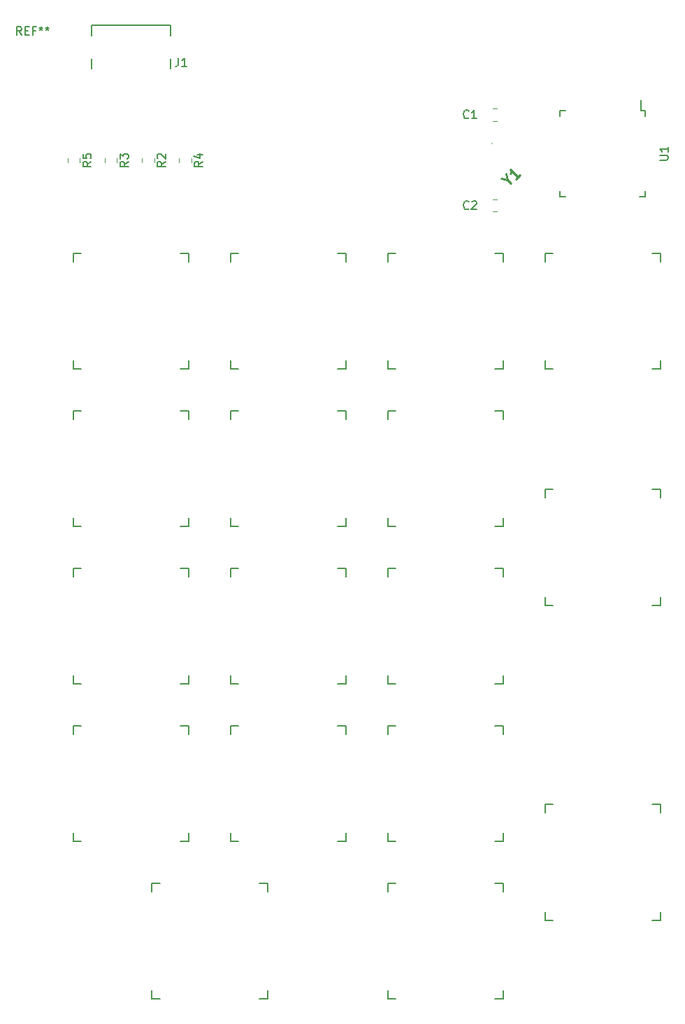
<source format=gbr>
%TF.GenerationSoftware,KiCad,Pcbnew,(6.0.1)*%
%TF.CreationDate,2022-02-23T18:42:09-08:00*%
%TF.ProjectId,Ramen Pad,52616d65-6e20-4506-9164-2e6b69636164,v1.0.0*%
%TF.SameCoordinates,Original*%
%TF.FileFunction,Legend,Top*%
%TF.FilePolarity,Positive*%
%FSLAX46Y46*%
G04 Gerber Fmt 4.6, Leading zero omitted, Abs format (unit mm)*
G04 Created by KiCad (PCBNEW (6.0.1)) date 2022-02-23 18:42:09*
%MOMM*%
%LPD*%
G01*
G04 APERTURE LIST*
%ADD10C,0.150000*%
%ADD11C,0.254000*%
%ADD12C,0.200000*%
%ADD13C,0.120000*%
%ADD14C,0.100000*%
G04 APERTURE END LIST*
D10*
%TO.C,J1*%
X167666666Y-24152380D02*
X167666666Y-24866666D01*
X167619047Y-25009523D01*
X167523809Y-25104761D01*
X167380952Y-25152380D01*
X167285714Y-25152380D01*
X168666666Y-25152380D02*
X168095238Y-25152380D01*
X168380952Y-25152380D02*
X168380952Y-24152380D01*
X168285714Y-24295238D01*
X168190476Y-24390476D01*
X168095238Y-24438095D01*
%TO.C,R5*%
X157102380Y-36666666D02*
X156626190Y-37000000D01*
X157102380Y-37238095D02*
X156102380Y-37238095D01*
X156102380Y-36857142D01*
X156150000Y-36761904D01*
X156197619Y-36714285D01*
X156292857Y-36666666D01*
X156435714Y-36666666D01*
X156530952Y-36714285D01*
X156578571Y-36761904D01*
X156626190Y-36857142D01*
X156626190Y-37238095D01*
X156102380Y-35761904D02*
X156102380Y-36238095D01*
X156578571Y-36285714D01*
X156530952Y-36238095D01*
X156483333Y-36142857D01*
X156483333Y-35904761D01*
X156530952Y-35809523D01*
X156578571Y-35761904D01*
X156673809Y-35714285D01*
X156911904Y-35714285D01*
X157007142Y-35761904D01*
X157054761Y-35809523D01*
X157102380Y-35904761D01*
X157102380Y-36142857D01*
X157054761Y-36238095D01*
X157007142Y-36285714D01*
%TO.C,*%
%TO.C,R4*%
X170602380Y-36666666D02*
X170126190Y-37000000D01*
X170602380Y-37238095D02*
X169602380Y-37238095D01*
X169602380Y-36857142D01*
X169650000Y-36761904D01*
X169697619Y-36714285D01*
X169792857Y-36666666D01*
X169935714Y-36666666D01*
X170030952Y-36714285D01*
X170078571Y-36761904D01*
X170126190Y-36857142D01*
X170126190Y-37238095D01*
X169935714Y-35809523D02*
X170602380Y-35809523D01*
X169554761Y-36047619D02*
X170269047Y-36285714D01*
X170269047Y-35666666D01*
%TO.C,R3*%
X161602380Y-36666666D02*
X161126190Y-37000000D01*
X161602380Y-37238095D02*
X160602380Y-37238095D01*
X160602380Y-36857142D01*
X160650000Y-36761904D01*
X160697619Y-36714285D01*
X160792857Y-36666666D01*
X160935714Y-36666666D01*
X161030952Y-36714285D01*
X161078571Y-36761904D01*
X161126190Y-36857142D01*
X161126190Y-37238095D01*
X160602380Y-36333333D02*
X160602380Y-35714285D01*
X160983333Y-36047619D01*
X160983333Y-35904761D01*
X161030952Y-35809523D01*
X161078571Y-35761904D01*
X161173809Y-35714285D01*
X161411904Y-35714285D01*
X161507142Y-35761904D01*
X161554761Y-35809523D01*
X161602380Y-35904761D01*
X161602380Y-36190476D01*
X161554761Y-36285714D01*
X161507142Y-36333333D01*
%TO.C,R2*%
X166102380Y-36666666D02*
X165626190Y-37000000D01*
X166102380Y-37238095D02*
X165102380Y-37238095D01*
X165102380Y-36857142D01*
X165150000Y-36761904D01*
X165197619Y-36714285D01*
X165292857Y-36666666D01*
X165435714Y-36666666D01*
X165530952Y-36714285D01*
X165578571Y-36761904D01*
X165626190Y-36857142D01*
X165626190Y-37238095D01*
X165197619Y-36285714D02*
X165150000Y-36238095D01*
X165102380Y-36142857D01*
X165102380Y-35904761D01*
X165150000Y-35809523D01*
X165197619Y-35761904D01*
X165292857Y-35714285D01*
X165388095Y-35714285D01*
X165530952Y-35761904D01*
X166102380Y-36333333D01*
X166102380Y-35714285D01*
D11*
%TO.C,Y1*%
X207550987Y-38906249D02*
X207978618Y-39333880D01*
X206781250Y-38735197D02*
X207550987Y-38906249D01*
X207379934Y-38136513D01*
X209047696Y-38264802D02*
X208534539Y-38777960D01*
X208791117Y-38521381D02*
X207893092Y-37623355D01*
X207935855Y-37837171D01*
X207935855Y-38008224D01*
X207893092Y-38136513D01*
D10*
%TO.C,U1*%
X225977380Y-36480604D02*
X226786904Y-36480604D01*
X226882142Y-36432985D01*
X226929761Y-36385366D01*
X226977380Y-36290128D01*
X226977380Y-36099652D01*
X226929761Y-36004414D01*
X226882142Y-35956795D01*
X226786904Y-35909176D01*
X225977380Y-35909176D01*
X226977380Y-34909176D02*
X226977380Y-35480604D01*
X226977380Y-35194890D02*
X225977380Y-35194890D01*
X226120238Y-35290128D01*
X226215476Y-35385366D01*
X226263095Y-35480604D01*
%TO.C,REF\u002A\u002A*%
X148685416Y-21364880D02*
X148352083Y-20888690D01*
X148113988Y-21364880D02*
X148113988Y-20364880D01*
X148494940Y-20364880D01*
X148590178Y-20412500D01*
X148637797Y-20460119D01*
X148685416Y-20555357D01*
X148685416Y-20698214D01*
X148637797Y-20793452D01*
X148590178Y-20841071D01*
X148494940Y-20888690D01*
X148113988Y-20888690D01*
X149113988Y-20841071D02*
X149447321Y-20841071D01*
X149590178Y-21364880D02*
X149113988Y-21364880D01*
X149113988Y-20364880D01*
X149590178Y-20364880D01*
X150352083Y-20841071D02*
X150018750Y-20841071D01*
X150018750Y-21364880D02*
X150018750Y-20364880D01*
X150494940Y-20364880D01*
X151018750Y-20364880D02*
X151018750Y-20602976D01*
X150780654Y-20507738D02*
X151018750Y-20602976D01*
X151256845Y-20507738D01*
X150875892Y-20793452D02*
X151018750Y-20602976D01*
X151161607Y-20793452D01*
X151780654Y-20364880D02*
X151780654Y-20602976D01*
X151542559Y-20507738D02*
X151780654Y-20602976D01*
X152018750Y-20507738D01*
X151637797Y-20793452D02*
X151780654Y-20602976D01*
X151923511Y-20793452D01*
%TO.C,*%
%TO.C,C1*%
X202833333Y-31357142D02*
X202785714Y-31404761D01*
X202642857Y-31452380D01*
X202547619Y-31452380D01*
X202404761Y-31404761D01*
X202309523Y-31309523D01*
X202261904Y-31214285D01*
X202214285Y-31023809D01*
X202214285Y-30880952D01*
X202261904Y-30690476D01*
X202309523Y-30595238D01*
X202404761Y-30500000D01*
X202547619Y-30452380D01*
X202642857Y-30452380D01*
X202785714Y-30500000D01*
X202833333Y-30547619D01*
X203785714Y-31452380D02*
X203214285Y-31452380D01*
X203500000Y-31452380D02*
X203500000Y-30452380D01*
X203404761Y-30595238D01*
X203309523Y-30690476D01*
X203214285Y-30738095D01*
%TO.C,C2*%
X202833333Y-42357142D02*
X202785714Y-42404761D01*
X202642857Y-42452380D01*
X202547619Y-42452380D01*
X202404761Y-42404761D01*
X202309523Y-42309523D01*
X202261904Y-42214285D01*
X202214285Y-42023809D01*
X202214285Y-41880952D01*
X202261904Y-41690476D01*
X202309523Y-41595238D01*
X202404761Y-41500000D01*
X202547619Y-41452380D01*
X202642857Y-41452380D01*
X202785714Y-41500000D01*
X202833333Y-41547619D01*
X203214285Y-41547619D02*
X203261904Y-41500000D01*
X203357142Y-41452380D01*
X203595238Y-41452380D01*
X203690476Y-41500000D01*
X203738095Y-41547619D01*
X203785714Y-41642857D01*
X203785714Y-41738095D01*
X203738095Y-41880952D01*
X203166666Y-42452380D01*
X203785714Y-42452380D01*
%TO.C,*%
%TO.C,K5*%
X164450000Y-137968700D02*
X164450000Y-136968700D01*
X165450000Y-123968700D02*
X164450000Y-123968700D01*
X178450000Y-136968700D02*
X178450000Y-137968700D01*
X177450000Y-137968700D02*
X178450000Y-137968700D01*
X164450000Y-124968700D02*
X164450000Y-123968700D01*
X164450000Y-137968700D02*
X165450000Y-137968700D01*
X178450000Y-123968700D02*
X177450000Y-123968700D01*
X178450000Y-123968700D02*
X178450000Y-124968700D01*
D12*
%TO.C,J1*%
X166715000Y-21480000D02*
X166715000Y-20200000D01*
X166715000Y-20200000D02*
X157135000Y-20200000D01*
X166715000Y-25450000D02*
X166715000Y-24200000D01*
X157135000Y-20200000D02*
X157135000Y-21480000D01*
X157135000Y-25450000D02*
X157135000Y-24200000D01*
D10*
%TO.C,K9*%
X173975000Y-118918700D02*
X173975000Y-117918700D01*
X174975000Y-104918700D02*
X173975000Y-104918700D01*
X187975000Y-117918700D02*
X187975000Y-118918700D01*
X173975000Y-118918700D02*
X174975000Y-118918700D01*
X187975000Y-104918700D02*
X186975000Y-104918700D01*
X187975000Y-104918700D02*
X187975000Y-105918700D01*
X173975000Y-105918700D02*
X173975000Y-104918700D01*
X186975000Y-118918700D02*
X187975000Y-118918700D01*
%TO.C,K12*%
X206025000Y-99868700D02*
X207025000Y-99868700D01*
X193025000Y-99868700D02*
X194025000Y-99868700D01*
X194025000Y-85868700D02*
X193025000Y-85868700D01*
X207025000Y-98868700D02*
X207025000Y-99868700D01*
X207025000Y-85868700D02*
X206025000Y-85868700D01*
X207025000Y-85868700D02*
X207025000Y-86868700D01*
X193025000Y-99868700D02*
X193025000Y-98868700D01*
X193025000Y-86868700D02*
X193025000Y-85868700D01*
D13*
%TO.C,R5*%
X155735000Y-36272936D02*
X155735000Y-36727064D01*
X154265000Y-36272936D02*
X154265000Y-36727064D01*
D10*
%TO.C,K16*%
X213075000Y-76343700D02*
X212075000Y-76343700D01*
X226075000Y-76343700D02*
X225075000Y-76343700D01*
X212075000Y-90343700D02*
X212075000Y-89343700D01*
X212075000Y-90343700D02*
X213075000Y-90343700D01*
X225075000Y-90343700D02*
X226075000Y-90343700D01*
X226075000Y-76343700D02*
X226075000Y-77343700D01*
X226075000Y-89343700D02*
X226075000Y-90343700D01*
X212075000Y-77343700D02*
X212075000Y-76343700D01*
%TO.C,K7*%
X186975000Y-80818700D02*
X187975000Y-80818700D01*
X173975000Y-80818700D02*
X174975000Y-80818700D01*
X173975000Y-80818700D02*
X173975000Y-79818700D01*
X173975000Y-67818700D02*
X173975000Y-66818700D01*
X187975000Y-66818700D02*
X187975000Y-67818700D01*
X187975000Y-66818700D02*
X186975000Y-66818700D01*
X174975000Y-66818700D02*
X173975000Y-66818700D01*
X187975000Y-79818700D02*
X187975000Y-80818700D01*
D13*
%TO.C,R4*%
X169235000Y-36272936D02*
X169235000Y-36727064D01*
X167765000Y-36272936D02*
X167765000Y-36727064D01*
%TO.C,R3*%
X160235000Y-36272936D02*
X160235000Y-36727064D01*
X158765000Y-36272936D02*
X158765000Y-36727064D01*
D10*
%TO.C,K6*%
X173975000Y-48768700D02*
X173975000Y-47768700D01*
X187975000Y-47768700D02*
X187975000Y-48768700D01*
X187975000Y-47768700D02*
X186975000Y-47768700D01*
X186975000Y-61768700D02*
X187975000Y-61768700D01*
X174975000Y-47768700D02*
X173975000Y-47768700D01*
X187975000Y-60768700D02*
X187975000Y-61768700D01*
X173975000Y-61768700D02*
X173975000Y-60768700D01*
X173975000Y-61768700D02*
X174975000Y-61768700D01*
%TO.C,K1*%
X154925000Y-61768700D02*
X155925000Y-61768700D01*
X154925000Y-48768700D02*
X154925000Y-47768700D01*
X167925000Y-61768700D02*
X168925000Y-61768700D01*
X155925000Y-47768700D02*
X154925000Y-47768700D01*
X168925000Y-47768700D02*
X168925000Y-48768700D01*
X168925000Y-47768700D02*
X167925000Y-47768700D01*
X154925000Y-61768700D02*
X154925000Y-60768700D01*
X168925000Y-60768700D02*
X168925000Y-61768700D01*
D13*
%TO.C,R2*%
X163265000Y-36272936D02*
X163265000Y-36727064D01*
X164735000Y-36272936D02*
X164735000Y-36727064D01*
D14*
%TO.C,Y1*%
X205646447Y-34449390D02*
X205646447Y-34449390D01*
X205575736Y-34378680D02*
X205575736Y-34378680D01*
X205575736Y-34378680D02*
G75*
G03*
X205646447Y-34449390I35355J-35355D01*
G01*
X205646447Y-34449390D02*
G75*
G03*
X205575736Y-34378680I-35356J35355D01*
G01*
D10*
%TO.C,K13*%
X206025000Y-118918700D02*
X207025000Y-118918700D01*
X207025000Y-117918700D02*
X207025000Y-118918700D01*
X193025000Y-105918700D02*
X193025000Y-104918700D01*
X194025000Y-104918700D02*
X193025000Y-104918700D01*
X193025000Y-118918700D02*
X193025000Y-117918700D01*
X207025000Y-104918700D02*
X207025000Y-105918700D01*
X193025000Y-118918700D02*
X194025000Y-118918700D01*
X207025000Y-104918700D02*
X206025000Y-104918700D01*
%TO.C,K2*%
X154925000Y-67818700D02*
X154925000Y-66818700D01*
X168925000Y-79818700D02*
X168925000Y-80818700D01*
X167925000Y-80818700D02*
X168925000Y-80818700D01*
X154925000Y-80818700D02*
X155925000Y-80818700D01*
X154925000Y-80818700D02*
X154925000Y-79818700D01*
X155925000Y-66818700D02*
X154925000Y-66818700D01*
X168925000Y-66818700D02*
X167925000Y-66818700D01*
X168925000Y-66818700D02*
X168925000Y-67818700D01*
%TO.C,K8*%
X174975000Y-85868700D02*
X173975000Y-85868700D01*
X173975000Y-99868700D02*
X173975000Y-98868700D01*
X187975000Y-85868700D02*
X187975000Y-86868700D01*
X173975000Y-99868700D02*
X174975000Y-99868700D01*
X187975000Y-98868700D02*
X187975000Y-99868700D01*
X173975000Y-86868700D02*
X173975000Y-85868700D01*
X186975000Y-99868700D02*
X187975000Y-99868700D01*
X187975000Y-85868700D02*
X186975000Y-85868700D01*
%TO.C,U1*%
X224250000Y-40893700D02*
X224250000Y-40218700D01*
X213900000Y-40893700D02*
X214575000Y-40893700D01*
X213900000Y-30543700D02*
X213900000Y-31218700D01*
X213900000Y-30543700D02*
X214575000Y-30543700D01*
X224250000Y-30543700D02*
X224250000Y-31218700D01*
X224250000Y-30543700D02*
X223675000Y-30543700D01*
X224250000Y-40893700D02*
X223575000Y-40893700D01*
X223675000Y-30543700D02*
X223675000Y-29268700D01*
X213900000Y-40893700D02*
X213900000Y-40218700D01*
%TO.C,K3*%
X168925000Y-85868700D02*
X168925000Y-86868700D01*
X154925000Y-86868700D02*
X154925000Y-85868700D01*
X167925000Y-99868700D02*
X168925000Y-99868700D01*
X154925000Y-99868700D02*
X154925000Y-98868700D01*
X168925000Y-98868700D02*
X168925000Y-99868700D01*
X155925000Y-85868700D02*
X154925000Y-85868700D01*
X154925000Y-99868700D02*
X155925000Y-99868700D01*
X168925000Y-85868700D02*
X167925000Y-85868700D01*
%TO.C,K17*%
X212075000Y-128443700D02*
X212075000Y-127443700D01*
X225075000Y-128443700D02*
X226075000Y-128443700D01*
X213075000Y-114443700D02*
X212075000Y-114443700D01*
X212075000Y-128443700D02*
X213075000Y-128443700D01*
X212075000Y-115443700D02*
X212075000Y-114443700D01*
X226075000Y-127443700D02*
X226075000Y-128443700D01*
X226075000Y-114443700D02*
X226075000Y-115443700D01*
X226075000Y-114443700D02*
X225075000Y-114443700D01*
D13*
%TO.C,C1*%
X206261252Y-31735000D02*
X205738748Y-31735000D01*
X206261252Y-30265000D02*
X205738748Y-30265000D01*
D10*
%TO.C,K11*%
X194025000Y-66818700D02*
X193025000Y-66818700D01*
X207025000Y-79818700D02*
X207025000Y-80818700D01*
X207025000Y-66818700D02*
X207025000Y-67818700D01*
X207025000Y-66818700D02*
X206025000Y-66818700D01*
X206025000Y-80818700D02*
X207025000Y-80818700D01*
X193025000Y-67818700D02*
X193025000Y-66818700D01*
X193025000Y-80818700D02*
X193025000Y-79818700D01*
X193025000Y-80818700D02*
X194025000Y-80818700D01*
%TO.C,K10*%
X207025000Y-60768700D02*
X207025000Y-61768700D01*
X207025000Y-47768700D02*
X206025000Y-47768700D01*
X207025000Y-47768700D02*
X207025000Y-48768700D01*
X193025000Y-61768700D02*
X193025000Y-60768700D01*
X193025000Y-61768700D02*
X194025000Y-61768700D01*
X206025000Y-61768700D02*
X207025000Y-61768700D01*
X194025000Y-47768700D02*
X193025000Y-47768700D01*
X193025000Y-48768700D02*
X193025000Y-47768700D01*
%TO.C,K14*%
X194025000Y-123968700D02*
X193025000Y-123968700D01*
X193025000Y-137968700D02*
X193025000Y-136968700D01*
X193025000Y-137968700D02*
X194025000Y-137968700D01*
X207025000Y-136968700D02*
X207025000Y-137968700D01*
X206025000Y-137968700D02*
X207025000Y-137968700D01*
X207025000Y-123968700D02*
X207025000Y-124968700D01*
X193025000Y-124968700D02*
X193025000Y-123968700D01*
X207025000Y-123968700D02*
X206025000Y-123968700D01*
%TO.C,K4*%
X154925000Y-118918750D02*
X155925000Y-118918750D01*
X167925000Y-118918750D02*
X168925000Y-118918750D01*
X154925000Y-105918750D02*
X154925000Y-104918750D01*
X155925000Y-104918750D02*
X154925000Y-104918750D01*
X154925000Y-118918750D02*
X154925000Y-117918750D01*
X168925000Y-104918750D02*
X168925000Y-105918750D01*
X168925000Y-104918750D02*
X167925000Y-104918750D01*
X168925000Y-117918750D02*
X168925000Y-118918750D01*
D13*
%TO.C,C2*%
X206261252Y-41265000D02*
X205738748Y-41265000D01*
X206261252Y-42735000D02*
X205738748Y-42735000D01*
D10*
%TO.C,K15*%
X226075000Y-47768700D02*
X226075000Y-48768700D01*
X213075000Y-47768700D02*
X212075000Y-47768700D01*
X226075000Y-47768700D02*
X225075000Y-47768700D01*
X225075000Y-61768700D02*
X226075000Y-61768700D01*
X212075000Y-61768700D02*
X213075000Y-61768700D01*
X212075000Y-48768700D02*
X212075000Y-47768700D01*
X212075000Y-61768700D02*
X212075000Y-60768700D01*
X226075000Y-60768700D02*
X226075000Y-61768700D01*
%TD*%
M02*

</source>
